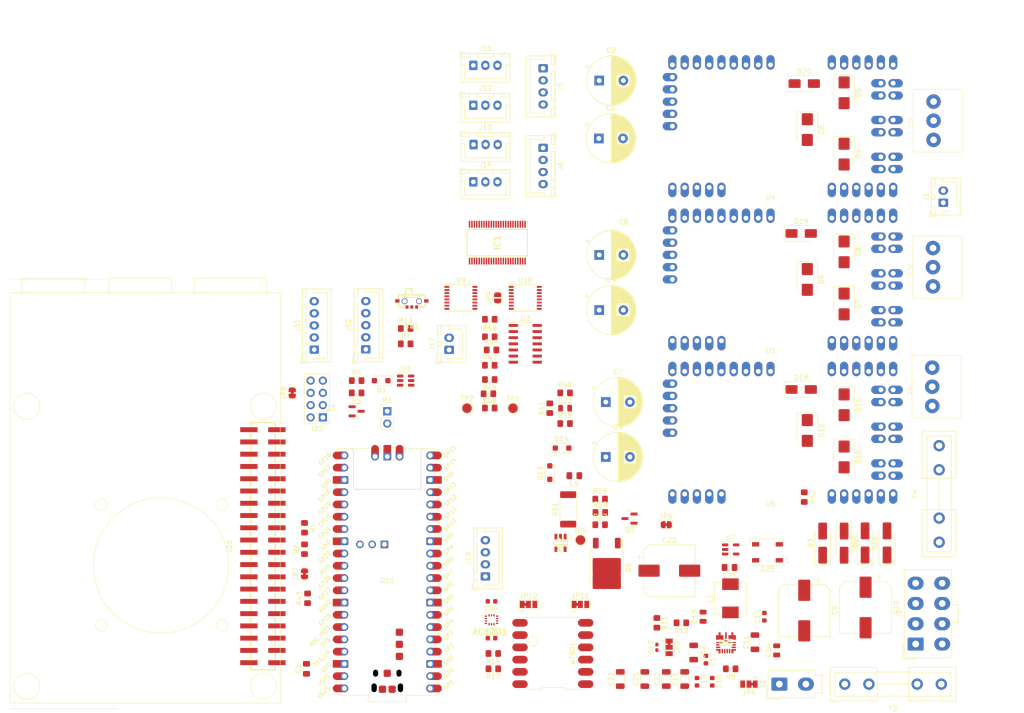
<source format=kicad_pcb>
(kicad_pcb (version 20221018) (generator pcbnew)
  (layers (0 "F.Cu" signal) (31 "B.Cu" signal) (34 "B.Paste" user) (35 "F.Paste" user) (36 "B.SilkS" user "B.Silkscreen") (37 "F.SilkS" user "F.Silkscreen") (38 "B.Mask" user) (39 "F.Mask" user) (44 "Edge.Cuts" user))
  (property "git_version" "v0.13.x")
  (net 0 "")
  (net 1 "/IMU/MISO")
  (net 2 "GND")
  (net 4 "+3V3")
  (net 8 "/IMU/TX")
  (net 9 "/IMU/SCK")
  (net 10 "/IMU/MOSI")
  (net 11 "+5V")
  (net 12 "V_BATT")
  (net 13 "Net-(IC3-BST)")
  (net 14 "Net-(IC3-LX_1)")
  (net 15 "Net-(IC3-BIAS)")
  (net 16 "/RaspberryPi/RASPI_POWER")
  (net 17 "Net-(D1-A)")
  (net 18 "/RobotConnectors/CHARGE_SHUNT_PLUS")
  (net 19 "/RobotConnectors/V_CHARGE")
  (net 20 "/ESCs/ML_PHASE_V")
  (net 21 "/ESCs/ML_PHASE_U")
  (net 22 "/ESCs/ML_PHASE_W")
  (net 23 "/ESCs/MC_PHASE_V")
  (net 24 "/ESCs/MC_PHASE_U")
  (net 25 "/ESCs/MC_PHASE_W")
  (net 26 "/ESCs/MR_PHASE_V")
  (net 27 "/ESCs/MR_PHASE_U")
  (net 28 "/ESCs/MR_PHASE_W")
  (net 29 "/CHARGE_CURRENT")
  (net 30 "/RobotConnectors/V_BATTERY")
  (net 31 "Net-(D23-K)")
  (net 33 "Net-(D25-DIN)")
  (net 34 "Net-(J3-Pin_2)")
  (net 35 "Net-(J2-Pin_7)")
  (net 37 "/RobotConnectors/USS_1_ECHO_5V")
  (net 38 "/RobotConnectors/USS_2_ECHO_5V")
  (net 41 "Net-(J52-Pin_3)")
  (net 42 "Net-(J52-Pin_4)")
  (net 45 "/RobotConnectors/USS_2_TRIGGER_5V")
  (net 46 "/RobotConnectors/USS_1_TRIGGER_5V")
  (net 51 "/RobotConnectors/USS_1_TRIGGER")
  (net 52 "/RobotConnectors/USS_2_TRIGGER")
  (net 55 "/RobotConnectors/USS_2_ECHO")
  (net 56 "/RobotConnectors/USS_1_ECHO")
  (net 57 "/RobotConnectors/CHARGE_SHUNT_MINUS")
  (net 58 "Net-(IC3-FB_1)")
  (net 60 "Net-(IC3-PGOOD)")
  (net 61 "Net-(IC3-SYNC)")
  (net 62 "Net-(IC3-SYNCOUT_1)")
  (net 63 "/ESCs/MC_TEMP")
  (net 64 "Net-(J2-Pin_1)")
  (net 66 "/RobotConnectors/MosfetSwitch/VOUT")
  (net 69 "/RobotConnectors/HALL_SWITCH_1_5V")
  (net 70 "/RobotConnectors/HALL_SWITCH_2_5V")
  (net 71 "/RobotConnectors/HALL_SWITCH_3_5V")
  (net 72 "/RobotConnectors/HALL_SWITCH_4_5V")
  (net 73 "/RaspberryPi/UART1_TXD")
  (net 74 "/RaspberryPi/UART1_RXD")
  (net 75 "/RobotConnectors/RAIN-")
  (net 76 "/RobotConnectors/LED_RX")
  (net 77 "/RobotConnectors/LED_TX")
  (net 78 "+3.3V")
  (net 79 "Net-(J52-Pin_1)")
  (net 80 "/RobotConnectors/SOUND_BUSY")
  (net 84 "/ESCs/MR_RX")
  (net 85 "/RaspberryPi/UART0_TXD")
  (net 86 "/RaspberryPi/UART0_RXD")
  (net 91 "Net-(J21-GPIO23)")
  (net 93 "Net-(J21-GPIO24)")
  (net 94 "Net-(J21-MOSI0{slash}GPIO10)")
  (net 95 "/ESCs/MC_TX")
  (net 96 "Net-(J21-GPIO25)")
  (net 98 "/ESCs/MC_RX")
  (net 100 "/RobotConnectors/SOUND_TX")
  (net 101 "/RobotConnectors/SOUND_RX")
  (net 102 "/ESCs/MR_TX")
  (net 103 "/RaspberryPi/RASPI_FAN_ON")
  (net 104 "/ESCs/ML_RX")
  (net 105 "/ESCs/ML_TX")
  (net 111 "/RaspberryPi/PICO_RESET")
  (net 112 "/RaspberryPi/PICO_SWDIO")
  (net 113 "/RaspberryPi/PICO_SWCLK")
  (net 114 "Net-(JP5-A)")
  (net 115 "/ESCs/ESC_SHUTDOWN")
  (net 116 "Net-(JP6-B)")
  (net 117 "/RAIN_DETECTED")
  (net 118 "/pico/MUX_INPUT")
  (net 119 "Net-(JP10-A)")
  (net 120 "Net-(JP10-B)")
  (net 121 "Net-(JP11-A)")
  (net 122 "Net-(JP11-B)")
  (net 123 "Net-(Q3-G)")
  (net 124 "Net-(Q5-G)")
  (net 125 "Net-(Q5-D)")
  (net 126 "/RobotConnectors/HALL_SWITCH_1")
  (net 127 "/RobotConnectors/HALL_SWITCH_2")
  (net 128 "/RobotConnectors/HALL_SWITCH_3")
  (net 129 "/RobotConnectors/HALL_SWITCH_4")
  (net 130 "/RaspberryPi/POWER_EN")
  (net 131 "/RobotConnectors/ENABLE_CHARGE")
  (net 132 "/pico/V_CHARGE")
  (net 133 "/pico/V_IN")
  (net 134 "Net-(U2A--)")
  (net 135 "Net-(R46-Pad1)")
  (net 136 "Net-(U2B-+)")
  (net 137 "Net-(U2B--)")
  (net 176 "Net-(U11-GPIO10)")
  (net 178 "/pico/MUX_OUTPUT")
  (net 181 "/pico/MUX_ADDRESS_2")
  (net 182 "/pico/MUX_ADDRESS_1")
  (net 183 "/pico/MUX_ADDRESS_0")
  (footprint "Jumper:SolderJumper-3_P1.3mm_Bridged12_Pad1.0x1.5mm" (layer "F.Cu") (at 192.356 149.86 -90)
    (fp_text reference "JP5")
    (fp_text value "SolderJumper_3_Bridged12")
  )
  (footprint "MAX2040:MAX2040" (layer "F.Cu") (at 204.128 148.91 180)
    (fp_text reference "IC3")
    (fp_text value "MAX20405AFOF_VY+T" hide)
  )
  (footprint "Resistor_SMD:R_0805_2012Metric_Pad1.20x1.40mm_HandSolder" (layer "F.Cu") (at 155.21 100.29)
    (fp_text reference "R50")
    (fp_text value "10k")
  )
  (footprint "Capacitor_SMD:C_1206_3216Metric" (layer "F.Cu") (at 195.58 156.415 90)
    (fp_text reference "C16")
    (fp_text value "22uF")
  )
  (footprint "Resistor_SMD:R_0805_2012Metric_Pad1.20x1.40mm_HandSolder" (layer "F.Cu") (at 178.07 124.46)
    (fp_text reference "R27")
    (fp_text value "150")
  )
  (footprint "Resistor_SMD:R_0805_2012Metric_Pad1.20x1.40mm_HandSolder" (layer "F.Cu") (at 155.94 151.13 180)
    (fp_text reference "R14")
    (fp_text value "4k7")
  )
  (footprint "PicoW:Raspberry_Pi_Pico_SMT_THT" (layer "F.Cu") (at 142.875 158.365 180)
    (fp_text reference "U11")
    (fp_text value "Pico")
    (fp_line (start 1.89 49.13) (end 1.89 41.73) (stroke (width 0.1)) (layer "Edge.Cuts"))
    (fp_line (start 2.39 41.23) (end 15.39 41.23) (stroke (width 0.1)) (layer "Edge.Cuts"))
    (fp_line (start 15.89 41.73) (end 15.89 49.13) (stroke (width 0.1)) (layer "Edge.Cuts"))
    (fp_arc (start 1.89 41.73) (mid 2.036447 41.376447) (end 2.39 41.23) (stroke (width 0.1)) (layer "Edge.Cuts"))
    (fp_arc (start 1.89 49.13) (mid 1.743553 49.483553) (end 1.39 49.63) (stroke (width 0.1)) (layer "Edge.Cuts"))
    (fp_arc (start 15.39 41.23) (mid 15.743553 41.376447) (end 15.89 41.73) (stroke (width 0.1)) (layer "Edge.Cuts"))
    (fp_arc (start 16.39 49.63) (mid 16.036447 49.483553) (end 15.89 49.13) (stroke (width 0.1)) (layer "Edge.Cuts"))
  )
  (footprint "Connector_JST:JST_XH_B3B-XH-A_1x03_P2.50mm_Vertical" (layer "F.Cu") (at 151.805 29.32)
    (fp_text reference "J11")
    (fp_text value "Conn_01x03_Male")
  )
  (footprint "Capacitor_THT:CP_Radial_D10.0mm_P5.00mm" (layer "F.Cu") (at 177.88 68.58)
    (fp_text reference "C8")
    (fp_text value "220uF")
  )
  (footprint "Capacitor_SMD:C_1206_3216Metric" (layer "F.Cu") (at 187.325 156.415 90)
    (fp_text reference "C21")
    (fp_text value "22uF")
  )
  (footprint "Package_SO:SOIC-14_3.9x8.7mm_P1.27mm" (layer "F.Cu") (at 162.56 86.995)
    (fp_text reference "U2")
    (fp_text value "MCP604")
  )
  (footprint "Connector_JST:JST_XH_B3B-XH-A_1x03_P2.50mm_Vertical" (layer "F.Cu") (at 151.845 45.72)
    (fp_text reference "J13")
    (fp_text value "Conn_01x03_Male")
  )
  (footprint "Diode_SMD:D_SMB" (layer "F.Cu") (at 220.98 104.945 -90)
    (fp_text reference "D12")
    (fp_text value "DNP")
  )
  (footprint "Diode_SMD:D_SMA" (layer "F.Cu") (at 219.71 64.135)
    (fp_text reference "D19")
    (fp_text value "DNP")
  )
  (footprint "LED_SMD:LED_0805_2012Metric" (layer "F.Cu") (at 170.815 100.33)
    (fp_text reference "D23")
    (fp_text value "LED")
  )
  (footprint "Jumper:SolderJumper-3_P1.3mm_Bridged12_Pad1.0x1.5mm" (layer "F.Cu") (at 173.99 140.97)
    (fp_text reference "JP11")
    (fp_text value "I2C_OR_TTL")
  )
  (footprint "Capacitor_SMD:C_0805_2012Metric" (layer "F.Cu") (at 199.39 143.51 90)
    (fp_text reference "C13")
    (fp_text value "1uF")
  )
  (footprint "TestPoint:TestPoint_Pad_D2.0mm" (layer "F.Cu") (at 150.495 100.33)
    (fp_text reference "TP2")
    (fp_text value "TestPoint")
  )
  (footprint "Capacitor_THT:CP_Radial_D10.0mm_P5.00mm" (layer "F.Cu") (at 179.242323 99.06)
    (fp_text reference "C7")
    (fp_text value "220uF")
  )
  (footprint "Resistor_SMD:R_0805_2012Metric_Pad1.20x1.40mm_HandSolder" (layer "F.Cu") (at 137.795 86.995)
    (fp_text reference "R7")
    (fp_text value "1k")
  )
  (footprint "Connector_JST:JST_XH_B5B-XH-A_1x05_P2.50mm_Vertical" (layer "F.Cu") (at 118.855 88.185 90)
    (fp_text reference "J51")
    (fp_text value "Conn_01x05_Socket")
  )
  (footprint "Diode_SMD:D_SMB" (layer "F.Cu") (at 228.6 99.62 -90)
    (fp_text reference "D11")
    (fp_text value "DNP")
  )
  (footprint "Diode_SMD:D_SMA_Handsoldering" (layer "F.Cu") (at 237.49 128.23 90)
    (fp_text reference "D16")
    (fp_text value "D_Schottky")
  )
  (footprint "Resistor_SMD:R_0805_2012Metric_Pad1.20x1.40mm_HandSolder" (layer "F.Cu") (at 154.94 97.34 180)
    (fp_text reference "R49")
    (fp_text value "4k7")
  )
  (footprint "lcsc:SW-SMD_MK-11C04-G013" (layer "F.Cu") (at 139.065 78.74 180)
    (fp_text reference "SW1")
    (fp_text value "MK-11C04-G013")
  )
  (footprint "Resistor_SMD:R_0805_2012Metric_Pad1.20x1.40mm_HandSolder" (layer "F.Cu") (at 137.795 83.82)
    (fp_text reference "R13")
    (fp_text value "1k")
  )
  (footprint "Jumper:SolderJumper-3_P1.3mm_Bridged12_Pad1.0x1.5mm" (layer "F.Cu") (at 163.225 140.97)
    (fp_text reference "JP10")
    (fp_text value "I2C_OR_TTL")
  )
  (footprint "Jumper:SolderJumper-2_P1.3mm_Open_RoundedPad1.0x1.5mm" (layer "F.Cu") (at 156.845 77.47 90)
    (fp_text reference "JP9")
    (fp_text value "SolderJumper_2_Open")
  )
  (footprint "Diode_SMD:D_SMB" (layer "F.Cu") (at 220.98 42.62 -90)
    (fp_text reference "D6")
    (fp_text value "DNP")
  )
  (footprint "Resistor_SMD:R_0805_2012Metric_Pad1.20x1.40mm_HandSolder" (layer "F.Cu") (at 194.896 144.78 180)
    (fp_text reference "R12")
    (fp_text value "10k")
  )
  (footprint "Connector_JST:JST_XH_B5B-XH-A_1x05_P2.50mm_Vertical" (layer "F.Cu") (at 129.54 88.145 90)
    (fp_text reference "J52")
    (fp_text value "Conn_01x05_Socket")
  )
  (footprint "xESC2:xESC2" (layer "F.Cu") (at 213.355 120.65)
    (fp_text reference "U6")
    (fp_text value "xESC2")
  )
  (footprint "Inductor_SMD:L_Vishay_IHLP-2525" (layer "F.Cu") (at 205.056 139.7 90)
    (fp_text reference "L1")
    (fp_text value "4.7uH 5A")
  )
  (footprint "Diode_SMD:D_0402_1005Metric_Pad0.77x0.64mm_HandSolder" (layer "F.Cu") (at 189.816 149.86 90)
    (fp_text reference "D17")
    (fp_text value "DNP")
  )
  (footprint "Connector_Molex:Molex_Mini-Fit_Jr_5566-08A_2x04_P4.20mm_Vertical" (layer "F.Cu") (at 243.42 149.175 90)
    (fp_text reference "J2")
    (fp_text value "Conn_02x04_Top_Bottom")
  )
  (footprint "Diode_SMD:D_SMB" (layer "F.Cu") (at 228.6 78.74 -90)
    (fp_text reference "D7")
    (fp_text value "DNP")
  )
  (footprint "Capacitor_SMD:C_0603_1608Metric" (layer "F.Cu") (at 201.295 156.985 -90)
    (fp_text reference "C18")
    (fp_text value "0.1uF")
  )
  (footprint "Capacitor_SMD:C_1206_3216Metric" (layer "F.Cu") (at 182.245 156.415 90)
    (fp_text reference "C22")
    (fp_text value "22uF")
  )
  (footprint "Capacitor_THT:CP_Radial_D10.0mm_P5.00mm" (layer "F.Cu") (at 177.8 44.45)
    (fp_text reference "C6")
    (fp_text value "220uF")
  )
  (footprint "Capacitor_SMD:C_1206_3216Metric" (layer "F.Cu") (at 191.77 156.415 90)
    (fp_text reference "C20")
    (fp_text value "22uF")
  )
  (footprint "Resistor_SMD:R_0805_2012Metric_Pad1.20x1.40mm_HandSolder" (layer "F.Cu") (at 167.64 100.33 90)
    (fp_text reference "R41")
    (fp_text value "1k")
  )
  (footprint "Diode_SMD:D_SMA" (layer "F.Cu") (at 220.345 33.095)
    (fp_text reference "D20")
    (fp_text value "DNP")
  )
  (footprint "Resistor_SMD:R_0805_2012Metric_Pad1.20x1.40mm_HandSolder" (layer "F.Cu") (at 170.815 97.155)
    (fp_text reference "R40")
    (fp_text value "10k")
  )
  (footprint "Package_SO:SSOP-16_4.4x5.2mm_P0.65mm" (layer "F.Cu") (at 149.225 77.47)
    (fp_text reference "U9")
    (fp_text value "74HC4051")
  )
  (footprint "Resistor_SMD:R_0805_2012Metric_Pad1.20x1.40mm_HandSolder" (layer "F.Cu") (at 155.575 88.265)
    (fp_text reference "R44")
    (fp_text value "47k")
  )
  (footprint "Capacitor_SMD:C_0603_1608Metric" (layer "F.Cu") (at 199.976 152.4 -90)
    (fp_text reference "C17")
    (fp_text value "2.2uF")
  )
  (footprint "Resistor_SMD:R_0805_2012Metric_Pad1.20x1.40mm_HandSolder" (layer "F.Cu") (at 117.475 139.7 90)
    (fp_text reference "R43")
    (fp_text value "1k")
  )
  (footprint "Diode_SMD:D_SMB" (layer "F.Cu") (at 228.6 67.945 -90)
    (fp_text reference "D8")
    (fp_text value "DNP")
  )
  (footprint "MyModules:WT901" (layer "F.Cu") (at 168.275 151.13 90)
    (fp_text reference "WT901")
    (fp_text value "Conn_02x06_Female")
  )
  (footprint "Resistor_SMD:R_2512_6332Metric_Pad1.40x3.35mm_HandSolder" (layer "F.Cu") (at 171.45 121.285 90)
    (fp_text reference "R51")
    (fp_text value "0.003R")
  )
  (footprint "Diode_SMD:D_SMA" (layer "F.Cu") (at 219.71 96.445)
    (fp_text reference "D18")
    (fp_text value "DNP")
  )
  (footprint "Diode_SMD:D_SMB" (layer "F.Cu") (at 228.6 47.7 -90)
    (fp_text reference "D4")
    (fp_text value "DNP")
  )
  (footprint "Package_TO_SOT_SMD:SOT-23" (layer "F.Cu") (at 127.635 100.965)
    (fp_text reference "Q3")
    (fp_text value "BSS138")
  )
  (footprint "Resistor_SMD:R_0805_2012Metric_Pad1.20x1.40mm_HandSolder" (layer "F.Cu") (at 155.21 81.915 180)
    (fp_text reference "R46")
    (fp_text value "47k")
  )
  (footprint "Diode_SMD:D_SMB" (layer "F.Cu") (at 228.6 110.415 -90)
    (fp_text reference "D10")
    (fp_text value "DNP")
  )
  (footprint "Capacitor_SMD:C_0805_2012Metric" (layer "F.Cu") (at 214.63 150.495 90)
    (fp_text reference "C14")
    (fp_text value "1uF")
  )
  (footprint "LED_SMD:LED_WS2812B_PLCC4_5.0x5.0mm_P3.2mm" (layer "F.Cu") (at 212.725 130.175 180)
    (fp_text reference "D25")
    (fp_text value "WS2812B")
  )
  (footprint "Resistor_SMD:R_0805_2012Metric_Pad1.20x1.40mm_HandSolder" (layer "F.Cu") (at 155.21 94.39 180)
    (fp_text reference "R48")
    (fp_text value "10k")
  )
  (footprint "Capacitor_THT:CP_Radial_D10.0mm_P5.00mm" (layer "F.Cu") (at 179.242323 110.415)
    (fp_text reference "C3")
    (fp_text value "220uF")
  )
  (footprint "Package_SO:SSOP-16_4.4x5.2mm_P0.65mm" (layer "F.Cu") (at 162.56 77.47)
    (fp_text reference "U10")
    (fp_text value "74HC4051")
  )
  (footprint "Capacitor_SMD:C_1206_3216Metric" (layer "F.Cu") (at 197.436 150.925 -90)
    (fp_text reference "C12")
    (fp_text value "4.7uF")
  )
  (footprint "Resistor_SMD:R_0805_2012Metric_Pad1.20x1.40mm_HandSolder" (layer "F.Cu") (at 116.84 125.095 -90)
    (fp_text reference "R1")
    (fp_text value "10k")
  )
  (footprint "Connector_JST:JST_XH_B3B-XH-A_1x03_P2.50mm_Vertical" (layer "F.Cu") (at 151.805 37.575)
    (fp_text reference "J12")
    (fp_text value "Conn_01x03_Male")
  )
  (footprint "Jumper:SolderJumper-2_P1.3mm_Bridged_RoundedPad1.0x1.5mm" (layer "F.Cu") (at 114.3 97.17 90)
    (fp_text reference "JP8")
    (fp_text value "SolderJumper_2_Bridged")
  )
  (footprint "RPi_c:RPi_40Pin_Fan_Courtyard" (layer "F.Cu") (at 108.22 128.905 90)
    (fp_text reference "J21")
    (fp_text value "Raspberry_Pi_2_3")
  )
  (footprint "Package_TO_SOT_SMD:TO-252-2" (layer "F.Cu") (at 179.445 133.31 -90)
    (fp_text reference "Q6")
    (fp_text value "Q_PMOS_GDS")
  )
  (footprint "Package_TO_SOT_SMD:SOT-23-6" (layer "F.Cu") (at 137.795 94.615)
    (fp_text reference "U3")
    (fp_text value "SIP32509DT")
  )
  (footprint "Resistor_SMD:R_0805_2012Metric_Pad1.20x1.40mm_HandSolder" (layer "F.Cu") (at 220.345 118.745 -90)
    (fp_text reference "R42")
    (fp_text value "10k")
  )
  (footprint "Landroid_Motor_Conn:TE_179839" (layer "F.Cu") (at 241.6625 96.385 -90)
    (fp_text reference "JR1")
    (fp_text value "Conn_01x03_Pin")
  )
  (footprint "Resistor_SMD:R_0805_2012Metric_Pad1.20x1.40mm_HandSolder" (layer "F.Cu") (at 170.815 103.505)
    (fp_text reference "R18")
    (fp_text value "1k")
  )
  (footprint "Capacitor_SMD:CP_Elec_10x12.5" (layer "F.Cu") (at 220.345 142.24 -90)
    (fp_text reference "C9")
    (fp_text value "680uF")
  )
  (footprint "Resistor_SMD:R_0805_2012Metric_Pad1.20x1.40mm_HandSolder" (layer "F.Cu") (at 178.07 119.155)
    (fp_text reference "R26")
    (fp_text value "10k")
  )
  (footprint "MyModules:LGA-14_2.5X3X0.86_" (layer "F.Cu") (at 155.575 144.145)
    (fp_text reference "AC1201")
    (fp_text value "LSM6DSOTR" hide)
  )
  (footprint "Diode_SMD:D_SOD-123F" (layer "F.Cu") (at 167.64 113.665 90)
    (fp_text reference "D13")
    (fp_text value "DNP")
  )
  (footprint "Diode_SMD:D_SMA_Handsoldering" (layer "F.Cu") (at 232.94 128.23 90)
    (fp_text reference "D15")
    (fp_text value "D_Schottky")
  )
  (footprint "Resistor_SMD:R_0805_2012Metric_Pad1.20x1.40mm_HandSolder" (layer "F.Cu") (at 127.635 97.155 180)
    (fp_text reference "R5")
    (fp_text value "150")
  )
  (footprint "MyModules:Fuseholder5x20_horiz_open_inline_Type-I" (layer "F.Cu") (at 248.735 157.48 180)
    (fp_text reference "F2")
    (fp_text value "Fuse")
  )
  (footprint "74ALVC164245DGG:SOP50P810X120-48N" (layer "F.Cu") (at 156.77 66.042 -90)
    (fp_text reference "IC1")
    (fp_text value "74ALVC164245DGG,11" hide)
  )
  (footprint "Connector_JST:JST_XH_B2B-XH-A_1x02_P2.50mm_Vertical" (layer "F.Cu") (at 146.795 88.245 90)
    (fp_text reference "J17")
    (fp_text value "Conn_01x02")
  )
  (footprint "xESC2:xESC2" (layer "F.Cu") (at 213.355 88.9)
    (fp_text reference "U5")
    (fp_text value "xESC2")
  )
  (footprint "Package_TO_SOT_SMD:SOT-23" (layer "F.Cu") (at 184.15 123.19 180)
    (fp_text reference "Q5")
    (fp_text value "BSS138")
  )
  (footprint "Connector_JST:JST_XH_B3B-XH-A_1x03_P2.50mm_Vertical" (layer "F.Cu") (at 151.805 53.45)
    (fp_text reference "J14")
    (fp_text value "Conn_01x03_Male")
  )
  (footprint "Capacitor_SMD:CP_Elec_10x12.5" (layer "F.Cu") (at 192.405 133.985)
    (fp_text reference "C23")
    (fp_text value "680uF")
  )
  (footprint "Connector_PinHeader_2.54mm:PinHeader_2x04_P2.54mm_Vertical" (layer "F.Cu") (at 120.65 102.235 180)
    (fp_text reference "J22")
    (fp_text value "Conn_02x04_Odd_Even")
  )
  (footprint "Connector_PinHeader_2.54mm:PinHeader_1x02_P2.54mm_Vertical" (layer "F.Cu") (at 133.985 100.96)
    (fp_text reference "M1")
    (fp_text value "Fan")
  )
  (footprint "Resistor_SMD:R_0805_2012Metric_Pad1.20x1.40mm_HandSolder" (layer "F.Cu") (at 189.816 144.78 -90)
    (fp_text reference "R11")
    (fp_text value "53k6 1%")
  )
  (footprint "TSC101CILT:SOT95P280X145-5N" (layer "F.Cu") (at 169.865 128.24 -90)
    (fp_text reference "IC2")
    (fp_text value "TSC101CILT" hide)
  )
  (footprint "Capacitor_SMD:C_0603_1608Metric" (layer "F.Cu") (at 155.575 140.335 180)
    (fp_text reference "C24")
    (fp_text value "0.1uF")
  )
  (footprint "Landroid_Motor_Conn:TE_179839" (layer "F.Cu") (at 241.935 41.275 -90)
    (fp_text reference "JL1")
    (fp_text value "Conn_01x03_Pin")
  )
  (footprint "Connector_Molex:Molex_Mini-Fit_Jr_5566-02A_2x01_P4.20mm_Vertical" (layer "F.Cu") (at 215.19 157.48 90)
    (fp_text reference "J3")
    (fp_text value "Conn_01x02")
  )
  (footprint "Diode_SMD:D_SMA_Handsoldering" (layer "F.Cu") (at 228.6 128.27 -90)
    (fp_text reference "D2")
    (fp_text value "D_Schottky")
  )
  (footprint "Jumper:SolderJumper-2_P1.3mm_Bridged_RoundedPad1.0x1.5mm" (layer "F.Cu") (at 191.77 124.46)
    (fp_text reference "JP6")
    (fp_text value "SolderJumper_2_Bridged")
  )
  (footprint "Package_TO_SOT_SMD:SOT-23-5" (layer "F.Cu") (at 205.105 129.585)
    (fp_text reference "U7")
    (fp_text value "SN74LV1T34DBV")
  )
  (footprint "Connector_JST:JST_XH_B4B-XH-A_1x04_P2.50mm_Vertical" (layer "F.Cu") (at 154.305 135.175 90)
    (fp_text reference "J19")
    (fp_text value "Conn_01x04")
  )
  (footprint "Capacitor_SMD:C_0805_2012Metric_Pad1.18x1.45mm_HandSolder" (layer "F.Cu") (at 117.2425 154.305 90)
    (fp_text reference "C1")
    (fp_text value "100nF")
  )
  (footprint "Diode_SMD:D_SMB" (layer "F.Cu") (at 220.98 73.66 -90)
    (fp_text reference "D9")
    (fp_text value "DNP")
  )
  (footprint "Jumper:SolderJumper-3_P1.3mm_Bridged12_Pad1.0x1.5mm" (layer "F.Cu") (at 208.896 157.48 180)
    (fp_text reference "JP4")
    (fp_text value "SolderJumper_3_Bridged12")
  )
  (footprint "Resistor_SMD:R_0805_2012Metric_Pad1.20x1.40mm_HandSolder" (layer "F.Cu") (at 127.635 94.615)
    (fp_text reference "R4")
    (fp_text value "10k")
  )
  (footprint "Capacitor_SMD:C_0603_1608Metric" (layer "F.Cu") (at 212.09 143.51 90)
    (fp_text reference "C15")
    (fp_text value "0.1uF")
  )
  (footprint "Jumper:SolderJumper-2_P1.3mm_Bridged_RoundedPad1.0x1.5mm" (layer "F.Cu") (at 116.84 134.635 90)
    (fp_text reference "JP7")
    (fp_text value "SolderJumper_2_Bridged")
  )
  (footprint "Resistor_SMD:R_0805_2012Metric_Pad1.20x1.40mm_HandSolder" (layer "F.Cu") (at 155.21 91.44)
    (fp_text reference "R47")
    (fp_text value "1k")
  )
  (footprint "Diode_SMD:D_SOD-123F" (layer "F.Cu") (at 132.715 94.615 180)
    (fp_text reference "D1")
    (fp_text value "D_Schottky")
  )
  (footprint "Resistor_SMD:R_0805_2012Metric_Pad1.20x1.40mm_HandSolder" (layer "F.Cu") (at 205.105 154.305 180)
    (fp_text reference "R8")
    (fp_text value "DNP")
  )
  (footprint "Capacitor_SMD:CP_Elec_10x12.5" (layer "F.Cu") (at 233.045 141.605 -90)
    (fp_text reference "C10")
    (fp_text value "DNP")
  )
  (footprint "Diode_SMD:D_SMA_Handsoldering" (layer "F.Cu") (at 224.155 128.27 90)
    (fp_text reference "D3")
    (fp_text value "D_Schottky")
  )
  (footprint "TestPoint:TestPoint_Pad_D2.0mm" (layer "F.Cu") (at 173.99 127.635)
    (fp_text reference "TP5")
    (fp_text value "TestPoint")
  )
  (footprint "xESC2:xESC2" (layer "F.Cu") (at 213.355 57.15)
    (fp_text reference "U4")
    (fp_text value "xESC2")
  )
  (footprint "Diode_SMD:D_SOD-123F" (layer "F.Cu") (at 170.18 108.585)
    (fp_text reference "D14")
    (fp_text value "DNP")
  )
  (footprint "Capacitor_SMD:C_0805_2012Metric_Pad1.18x1.45mm_HandSolder" (layer "F.Cu") (at 172.72 114.3 180)
    (fp_text reference "C5")
    (fp_text value "100nF")
  )
  (footprint "Capacitor_THT:CP_Radial_D10.0mm_P5.00mm" (layer "F.Cu") (at 177.88 80.01)
    (fp_text reference "C4")
    (fp_text value "220uF")
  )
  (footprint "Connector_JST:JST_XH_B2B-XH-AM_1x02_P2.50mm_Vertical" (layer "F.Cu") (at 249.14 57.765 90)
    (fp_text reference "J1")
    (fp_text value "Conn_01x02_Pin")
  )
  (footprint "TestPoint:TestPoint_Pad_D2.0mm" (layer "F.Cu") (at 160.02 100.33)
    (fp_text reference "TP1")
    (fp_text value "TestPoint")
  )
  (footprint "Capacitor_SMD:C_0603_1608Metric" (layer "F.Cu") (at 155.575 147.955)
    (fp_text reference "C26")
    (fp_text value "0.1uF")
  )
  (footprint "Resistor_SMD:R_0805_2012Metric_Pad1.20x1.40mm_HandSolder" (layer "F.Cu") (at 155.94 154.305 180)
    (fp_text reference "R17")
    (fp_text value "4k7")
  )
  (footprint "Capacitor_SMD:C_0805_2012Metric_Pad1.18x1.45mm_HandSolder" (layer "F.Cu") (at 204.8725 133.315 180)
    (fp_text reference "C25")
    (fp_text value "100nF")
  )
  (footprint "Landroid_Motor_Conn:TE_179839" (layer "F.Cu") (at 241.825 71.62 -90)
    (fp_text reference "JC1")
    (fp_text value "Conn_01x03_Pin")
  )
  (footprint "Resistor_SMD:R_0805_2012Metric_Pad1.20x1.40mm_HandSolder" (layer "F.Cu") (at 178.11 121.92)
    (fp_text reference "R28")
    (fp_text value "10k")
  )
  (footprint "Capacitor_THT:CP_Radial_D10.0mm_P5.00mm" (layer "F.Cu") (at 177.88 32.46)
    (fp_text reference "C2")
    (fp_text value "220uF")
  )
  (footprint "MyModules:Fuseholder5x20_horiz_open_inline_Type-I" (layer "F.Cu") (at 248.285 128.085 90)
    (fp_text reference "F4")
    (fp_text value "Fuse")
  )
  (footprint "Capacitor_SMD:C_0603_1608Metric" (layer "F.Cu") (at 198.12 156.985 -90)
    (fp_text reference "C19")
    (fp_text value "0.1uF")
  )
  (footprint "Connector_JST:JST_XH_B4B-XH-A_1x04_P2.50mm_Vertical" (layer "F.Cu") (at 166.26 29.925 -90)
    (fp_text reference "J5")
    (fp_text value "Conn_01x04")
  )
  (footprint "Diode_SMD:D_SMB" (layer "F.Cu") (at 228.6 35 -90)
    (fp_text reference "D5")
    (fp_text value "DNP")
  )
  (footprint "Connector_JST:JST_XH_B4B-XH-A_1x04_P2.50mm_Vertical" (layer "F.Cu") (at 166.26 46.415 -90)
    (fp_text reference "J6")
    (fp_text value "Conn_01x04")
  )
  (footprint "Capacitor_SMD:C_1206_3216Metric" (layer "F.Cu") (at 210.136 148.795 90)
    (fp_text reference "C11")
    (fp_text value "4.7uF")
  )
  (footprint "Resistor_SMD:R_0805_2012Metric_Pad1.20x1.40mm_HandSolder" (layer "F.Cu") (at 155.21 85.54)
    (fp_text reference "R45")
    (fp_text value "1k")
  )
  (footprint "Resistor_SMD:R_0805_2012Metric_Pad1.20x1.40mm_HandSolder" (layer "F.Cu") (at 116.84 129.54 90)
    (fp_text reference "R2")
    (fp_text value "10k")
  )
  (gr_line (start 75.565 73.66) (end 55.88 73.66) (stroke (width 0.05)) (layer "Edge.Cuts"))
  (gr_line (start 139.065 73.66) (end 139.7 73.66) (stroke (width 0.05)) (layer "Edge.Cuts"))
  (gr_line (start 55.88 162.56) (end 78.105 162.56) (stroke (width 0.05)) (layer "Edge.Cuts"))
)
</source>
